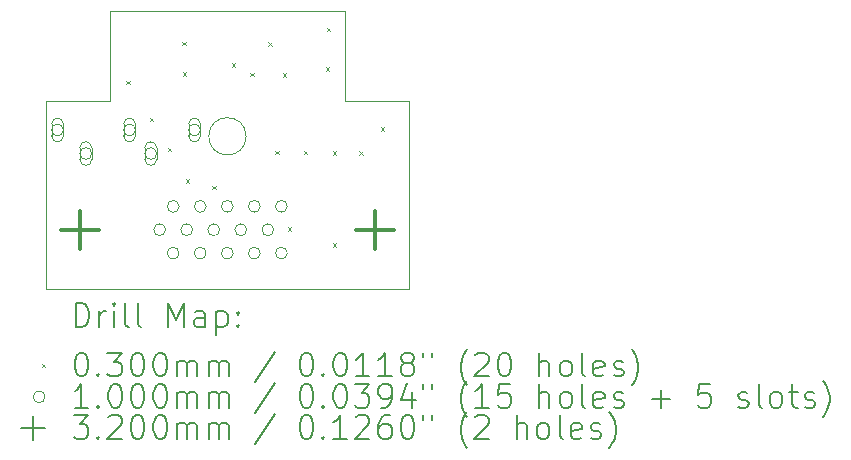
<source format=gbr>
%TF.GenerationSoftware,KiCad,Pcbnew,9.0.0*%
%TF.CreationDate,2025-03-27T12:33:42-07:00*%
%TF.ProjectId,SNES2VGA,534e4553-3256-4474-912e-6b696361645f,1*%
%TF.SameCoordinates,Original*%
%TF.FileFunction,Drillmap*%
%TF.FilePolarity,Positive*%
%FSLAX45Y45*%
G04 Gerber Fmt 4.5, Leading zero omitted, Abs format (unit mm)*
G04 Created by KiCad (PCBNEW 9.0.0) date 2025-03-27 12:33:42*
%MOMM*%
%LPD*%
G01*
G04 APERTURE LIST*
%ADD10C,0.100000*%
%ADD11C,0.200000*%
%ADD12C,0.320000*%
G04 APERTURE END LIST*
D10*
X12555000Y-9612000D02*
X12555000Y-11206000D01*
X15090000Y-8848000D02*
X15090000Y-9612000D01*
X12555000Y-11206000D02*
X15635000Y-11206000D01*
X14252000Y-9909000D02*
G75*
G02*
X13936000Y-9909000I-158000J0D01*
G01*
X13936000Y-9909000D02*
G75*
G02*
X14252000Y-9909000I158000J0D01*
G01*
X12555000Y-9612000D02*
X13099000Y-9612000D01*
X15635000Y-9612000D02*
X15635000Y-11206000D01*
X13099000Y-8848000D02*
X15090000Y-8848000D01*
X13099000Y-8848000D02*
X13099000Y-9612000D01*
X15090000Y-9612000D02*
X15635000Y-9612000D01*
D11*
D10*
X13238720Y-9438880D02*
X13268720Y-9468880D01*
X13268720Y-9438880D02*
X13238720Y-9468880D01*
X13434300Y-9751300D02*
X13464300Y-9781300D01*
X13464300Y-9751300D02*
X13434300Y-9781300D01*
X13586700Y-10005300D02*
X13616700Y-10035300D01*
X13616700Y-10005300D02*
X13586700Y-10035300D01*
X13713000Y-9109000D02*
X13743000Y-9139000D01*
X13743000Y-9109000D02*
X13713000Y-9139000D01*
X13716000Y-9366000D02*
X13746000Y-9396000D01*
X13746000Y-9366000D02*
X13716000Y-9396000D01*
X13739000Y-10273000D02*
X13769000Y-10303000D01*
X13769000Y-10273000D02*
X13739000Y-10303000D01*
X13966000Y-10329000D02*
X13996000Y-10359000D01*
X13996000Y-10329000D02*
X13966000Y-10359000D01*
X14132000Y-9288000D02*
X14162000Y-9318000D01*
X14162000Y-9288000D02*
X14132000Y-9318000D01*
X14286000Y-9370000D02*
X14316000Y-9400000D01*
X14316000Y-9370000D02*
X14286000Y-9400000D01*
X14441000Y-9110999D02*
X14471000Y-9140999D01*
X14471000Y-9110999D02*
X14441000Y-9140999D01*
X14500000Y-10033000D02*
X14530000Y-10063000D01*
X14530000Y-10033000D02*
X14500000Y-10063000D01*
X14561000Y-9375000D02*
X14591000Y-9405000D01*
X14591000Y-9375000D02*
X14561000Y-9405000D01*
X14605000Y-10678999D02*
X14635000Y-10708999D01*
X14635000Y-10678999D02*
X14605000Y-10708999D01*
X14740000Y-10031995D02*
X14770000Y-10061995D01*
X14770000Y-10031995D02*
X14740000Y-10061995D01*
X14928000Y-9323000D02*
X14958000Y-9353000D01*
X14958000Y-9323000D02*
X14928000Y-9353000D01*
X14932900Y-8989300D02*
X14962900Y-9019300D01*
X14962900Y-8989300D02*
X14932900Y-9019300D01*
X14984000Y-10815000D02*
X15014000Y-10845000D01*
X15014000Y-10815000D02*
X14984000Y-10845000D01*
X14986000Y-10034000D02*
X15016000Y-10064000D01*
X15016000Y-10034000D02*
X14986000Y-10064000D01*
X15212000Y-10034000D02*
X15242000Y-10064000D01*
X15242000Y-10034000D02*
X15212000Y-10064000D01*
X15391000Y-9832000D02*
X15421000Y-9862000D01*
X15421000Y-9832000D02*
X15391000Y-9862000D01*
X12705000Y-9855000D02*
G75*
G02*
X12605000Y-9855000I-50000J0D01*
G01*
X12605000Y-9855000D02*
G75*
G02*
X12705000Y-9855000I50000J0D01*
G01*
X12605000Y-9805000D02*
X12605000Y-9905000D01*
X12705000Y-9905000D02*
G75*
G02*
X12605000Y-9905000I-50000J0D01*
G01*
X12705000Y-9905000D02*
X12705000Y-9805000D01*
X12705000Y-9805000D02*
G75*
G03*
X12605000Y-9805000I-50000J0D01*
G01*
X12945000Y-10055000D02*
G75*
G02*
X12845000Y-10055000I-50000J0D01*
G01*
X12845000Y-10055000D02*
G75*
G02*
X12945000Y-10055000I50000J0D01*
G01*
X12845000Y-10005000D02*
X12845000Y-10105000D01*
X12945000Y-10105000D02*
G75*
G02*
X12845000Y-10105000I-50000J0D01*
G01*
X12945000Y-10105000D02*
X12945000Y-10005000D01*
X12945000Y-10005000D02*
G75*
G03*
X12845000Y-10005000I-50000J0D01*
G01*
X13315000Y-9855000D02*
G75*
G02*
X13215000Y-9855000I-50000J0D01*
G01*
X13215000Y-9855000D02*
G75*
G02*
X13315000Y-9855000I50000J0D01*
G01*
X13215000Y-9805000D02*
X13215000Y-9905000D01*
X13315000Y-9905000D02*
G75*
G02*
X13215000Y-9905000I-50000J0D01*
G01*
X13315000Y-9905000D02*
X13315000Y-9805000D01*
X13315000Y-9805000D02*
G75*
G03*
X13215000Y-9805000I-50000J0D01*
G01*
X13495000Y-10055000D02*
G75*
G02*
X13395000Y-10055000I-50000J0D01*
G01*
X13395000Y-10055000D02*
G75*
G02*
X13495000Y-10055000I50000J0D01*
G01*
X13395000Y-10005000D02*
X13395000Y-10105000D01*
X13495000Y-10105000D02*
G75*
G02*
X13395000Y-10105000I-50000J0D01*
G01*
X13495000Y-10105000D02*
X13495000Y-10005000D01*
X13495000Y-10005000D02*
G75*
G03*
X13395000Y-10005000I-50000J0D01*
G01*
X13570000Y-10700000D02*
G75*
G02*
X13470000Y-10700000I-50000J0D01*
G01*
X13470000Y-10700000D02*
G75*
G02*
X13570000Y-10700000I50000J0D01*
G01*
X13684500Y-10502000D02*
G75*
G02*
X13584500Y-10502000I-50000J0D01*
G01*
X13584500Y-10502000D02*
G75*
G02*
X13684500Y-10502000I50000J0D01*
G01*
X13684500Y-10898000D02*
G75*
G02*
X13584500Y-10898000I-50000J0D01*
G01*
X13584500Y-10898000D02*
G75*
G02*
X13684500Y-10898000I50000J0D01*
G01*
X13799000Y-10700000D02*
G75*
G02*
X13699000Y-10700000I-50000J0D01*
G01*
X13699000Y-10700000D02*
G75*
G02*
X13799000Y-10700000I50000J0D01*
G01*
X13865000Y-9855000D02*
G75*
G02*
X13765000Y-9855000I-50000J0D01*
G01*
X13765000Y-9855000D02*
G75*
G02*
X13865000Y-9855000I50000J0D01*
G01*
X13765000Y-9805000D02*
X13765000Y-9905000D01*
X13865000Y-9905000D02*
G75*
G02*
X13765000Y-9905000I-50000J0D01*
G01*
X13865000Y-9905000D02*
X13865000Y-9805000D01*
X13865000Y-9805000D02*
G75*
G03*
X13765000Y-9805000I-50000J0D01*
G01*
X13913500Y-10502000D02*
G75*
G02*
X13813500Y-10502000I-50000J0D01*
G01*
X13813500Y-10502000D02*
G75*
G02*
X13913500Y-10502000I50000J0D01*
G01*
X13913500Y-10898000D02*
G75*
G02*
X13813500Y-10898000I-50000J0D01*
G01*
X13813500Y-10898000D02*
G75*
G02*
X13913500Y-10898000I50000J0D01*
G01*
X14028000Y-10700000D02*
G75*
G02*
X13928000Y-10700000I-50000J0D01*
G01*
X13928000Y-10700000D02*
G75*
G02*
X14028000Y-10700000I50000J0D01*
G01*
X14142500Y-10502000D02*
G75*
G02*
X14042500Y-10502000I-50000J0D01*
G01*
X14042500Y-10502000D02*
G75*
G02*
X14142500Y-10502000I50000J0D01*
G01*
X14142500Y-10898000D02*
G75*
G02*
X14042500Y-10898000I-50000J0D01*
G01*
X14042500Y-10898000D02*
G75*
G02*
X14142500Y-10898000I50000J0D01*
G01*
X14257000Y-10700000D02*
G75*
G02*
X14157000Y-10700000I-50000J0D01*
G01*
X14157000Y-10700000D02*
G75*
G02*
X14257000Y-10700000I50000J0D01*
G01*
X14371500Y-10502000D02*
G75*
G02*
X14271500Y-10502000I-50000J0D01*
G01*
X14271500Y-10502000D02*
G75*
G02*
X14371500Y-10502000I50000J0D01*
G01*
X14371500Y-10898000D02*
G75*
G02*
X14271500Y-10898000I-50000J0D01*
G01*
X14271500Y-10898000D02*
G75*
G02*
X14371500Y-10898000I50000J0D01*
G01*
X14486000Y-10700000D02*
G75*
G02*
X14386000Y-10700000I-50000J0D01*
G01*
X14386000Y-10700000D02*
G75*
G02*
X14486000Y-10700000I50000J0D01*
G01*
X14600500Y-10502000D02*
G75*
G02*
X14500500Y-10502000I-50000J0D01*
G01*
X14500500Y-10502000D02*
G75*
G02*
X14600500Y-10502000I50000J0D01*
G01*
X14600500Y-10898000D02*
G75*
G02*
X14500500Y-10898000I-50000J0D01*
G01*
X14500500Y-10898000D02*
G75*
G02*
X14600500Y-10898000I50000J0D01*
G01*
D12*
X12843000Y-10540000D02*
X12843000Y-10860000D01*
X12683000Y-10700000D02*
X13003000Y-10700000D01*
X15342000Y-10540000D02*
X15342000Y-10860000D01*
X15182000Y-10700000D02*
X15502000Y-10700000D01*
D11*
X12810777Y-11522484D02*
X12810777Y-11322484D01*
X12810777Y-11322484D02*
X12858396Y-11322484D01*
X12858396Y-11322484D02*
X12886967Y-11332008D01*
X12886967Y-11332008D02*
X12906015Y-11351055D01*
X12906015Y-11351055D02*
X12915539Y-11370103D01*
X12915539Y-11370103D02*
X12925062Y-11408198D01*
X12925062Y-11408198D02*
X12925062Y-11436769D01*
X12925062Y-11436769D02*
X12915539Y-11474865D01*
X12915539Y-11474865D02*
X12906015Y-11493912D01*
X12906015Y-11493912D02*
X12886967Y-11512960D01*
X12886967Y-11512960D02*
X12858396Y-11522484D01*
X12858396Y-11522484D02*
X12810777Y-11522484D01*
X13010777Y-11522484D02*
X13010777Y-11389150D01*
X13010777Y-11427246D02*
X13020301Y-11408198D01*
X13020301Y-11408198D02*
X13029824Y-11398674D01*
X13029824Y-11398674D02*
X13048872Y-11389150D01*
X13048872Y-11389150D02*
X13067920Y-11389150D01*
X13134586Y-11522484D02*
X13134586Y-11389150D01*
X13134586Y-11322484D02*
X13125062Y-11332008D01*
X13125062Y-11332008D02*
X13134586Y-11341531D01*
X13134586Y-11341531D02*
X13144110Y-11332008D01*
X13144110Y-11332008D02*
X13134586Y-11322484D01*
X13134586Y-11322484D02*
X13134586Y-11341531D01*
X13258396Y-11522484D02*
X13239348Y-11512960D01*
X13239348Y-11512960D02*
X13229824Y-11493912D01*
X13229824Y-11493912D02*
X13229824Y-11322484D01*
X13363158Y-11522484D02*
X13344110Y-11512960D01*
X13344110Y-11512960D02*
X13334586Y-11493912D01*
X13334586Y-11493912D02*
X13334586Y-11322484D01*
X13591729Y-11522484D02*
X13591729Y-11322484D01*
X13591729Y-11322484D02*
X13658396Y-11465341D01*
X13658396Y-11465341D02*
X13725062Y-11322484D01*
X13725062Y-11322484D02*
X13725062Y-11522484D01*
X13906015Y-11522484D02*
X13906015Y-11417722D01*
X13906015Y-11417722D02*
X13896491Y-11398674D01*
X13896491Y-11398674D02*
X13877443Y-11389150D01*
X13877443Y-11389150D02*
X13839348Y-11389150D01*
X13839348Y-11389150D02*
X13820301Y-11398674D01*
X13906015Y-11512960D02*
X13886967Y-11522484D01*
X13886967Y-11522484D02*
X13839348Y-11522484D01*
X13839348Y-11522484D02*
X13820301Y-11512960D01*
X13820301Y-11512960D02*
X13810777Y-11493912D01*
X13810777Y-11493912D02*
X13810777Y-11474865D01*
X13810777Y-11474865D02*
X13820301Y-11455817D01*
X13820301Y-11455817D02*
X13839348Y-11446293D01*
X13839348Y-11446293D02*
X13886967Y-11446293D01*
X13886967Y-11446293D02*
X13906015Y-11436769D01*
X14001253Y-11389150D02*
X14001253Y-11589150D01*
X14001253Y-11398674D02*
X14020301Y-11389150D01*
X14020301Y-11389150D02*
X14058396Y-11389150D01*
X14058396Y-11389150D02*
X14077443Y-11398674D01*
X14077443Y-11398674D02*
X14086967Y-11408198D01*
X14086967Y-11408198D02*
X14096491Y-11427246D01*
X14096491Y-11427246D02*
X14096491Y-11484388D01*
X14096491Y-11484388D02*
X14086967Y-11503436D01*
X14086967Y-11503436D02*
X14077443Y-11512960D01*
X14077443Y-11512960D02*
X14058396Y-11522484D01*
X14058396Y-11522484D02*
X14020301Y-11522484D01*
X14020301Y-11522484D02*
X14001253Y-11512960D01*
X14182205Y-11503436D02*
X14191729Y-11512960D01*
X14191729Y-11512960D02*
X14182205Y-11522484D01*
X14182205Y-11522484D02*
X14172682Y-11512960D01*
X14172682Y-11512960D02*
X14182205Y-11503436D01*
X14182205Y-11503436D02*
X14182205Y-11522484D01*
X14182205Y-11398674D02*
X14191729Y-11408198D01*
X14191729Y-11408198D02*
X14182205Y-11417722D01*
X14182205Y-11417722D02*
X14172682Y-11408198D01*
X14172682Y-11408198D02*
X14182205Y-11398674D01*
X14182205Y-11398674D02*
X14182205Y-11417722D01*
D10*
X12520000Y-11836000D02*
X12550000Y-11866000D01*
X12550000Y-11836000D02*
X12520000Y-11866000D01*
D11*
X12848872Y-11742484D02*
X12867920Y-11742484D01*
X12867920Y-11742484D02*
X12886967Y-11752008D01*
X12886967Y-11752008D02*
X12896491Y-11761531D01*
X12896491Y-11761531D02*
X12906015Y-11780579D01*
X12906015Y-11780579D02*
X12915539Y-11818674D01*
X12915539Y-11818674D02*
X12915539Y-11866293D01*
X12915539Y-11866293D02*
X12906015Y-11904388D01*
X12906015Y-11904388D02*
X12896491Y-11923436D01*
X12896491Y-11923436D02*
X12886967Y-11932960D01*
X12886967Y-11932960D02*
X12867920Y-11942484D01*
X12867920Y-11942484D02*
X12848872Y-11942484D01*
X12848872Y-11942484D02*
X12829824Y-11932960D01*
X12829824Y-11932960D02*
X12820301Y-11923436D01*
X12820301Y-11923436D02*
X12810777Y-11904388D01*
X12810777Y-11904388D02*
X12801253Y-11866293D01*
X12801253Y-11866293D02*
X12801253Y-11818674D01*
X12801253Y-11818674D02*
X12810777Y-11780579D01*
X12810777Y-11780579D02*
X12820301Y-11761531D01*
X12820301Y-11761531D02*
X12829824Y-11752008D01*
X12829824Y-11752008D02*
X12848872Y-11742484D01*
X13001253Y-11923436D02*
X13010777Y-11932960D01*
X13010777Y-11932960D02*
X13001253Y-11942484D01*
X13001253Y-11942484D02*
X12991729Y-11932960D01*
X12991729Y-11932960D02*
X13001253Y-11923436D01*
X13001253Y-11923436D02*
X13001253Y-11942484D01*
X13077443Y-11742484D02*
X13201253Y-11742484D01*
X13201253Y-11742484D02*
X13134586Y-11818674D01*
X13134586Y-11818674D02*
X13163158Y-11818674D01*
X13163158Y-11818674D02*
X13182205Y-11828198D01*
X13182205Y-11828198D02*
X13191729Y-11837722D01*
X13191729Y-11837722D02*
X13201253Y-11856769D01*
X13201253Y-11856769D02*
X13201253Y-11904388D01*
X13201253Y-11904388D02*
X13191729Y-11923436D01*
X13191729Y-11923436D02*
X13182205Y-11932960D01*
X13182205Y-11932960D02*
X13163158Y-11942484D01*
X13163158Y-11942484D02*
X13106015Y-11942484D01*
X13106015Y-11942484D02*
X13086967Y-11932960D01*
X13086967Y-11932960D02*
X13077443Y-11923436D01*
X13325062Y-11742484D02*
X13344110Y-11742484D01*
X13344110Y-11742484D02*
X13363158Y-11752008D01*
X13363158Y-11752008D02*
X13372682Y-11761531D01*
X13372682Y-11761531D02*
X13382205Y-11780579D01*
X13382205Y-11780579D02*
X13391729Y-11818674D01*
X13391729Y-11818674D02*
X13391729Y-11866293D01*
X13391729Y-11866293D02*
X13382205Y-11904388D01*
X13382205Y-11904388D02*
X13372682Y-11923436D01*
X13372682Y-11923436D02*
X13363158Y-11932960D01*
X13363158Y-11932960D02*
X13344110Y-11942484D01*
X13344110Y-11942484D02*
X13325062Y-11942484D01*
X13325062Y-11942484D02*
X13306015Y-11932960D01*
X13306015Y-11932960D02*
X13296491Y-11923436D01*
X13296491Y-11923436D02*
X13286967Y-11904388D01*
X13286967Y-11904388D02*
X13277443Y-11866293D01*
X13277443Y-11866293D02*
X13277443Y-11818674D01*
X13277443Y-11818674D02*
X13286967Y-11780579D01*
X13286967Y-11780579D02*
X13296491Y-11761531D01*
X13296491Y-11761531D02*
X13306015Y-11752008D01*
X13306015Y-11752008D02*
X13325062Y-11742484D01*
X13515539Y-11742484D02*
X13534586Y-11742484D01*
X13534586Y-11742484D02*
X13553634Y-11752008D01*
X13553634Y-11752008D02*
X13563158Y-11761531D01*
X13563158Y-11761531D02*
X13572682Y-11780579D01*
X13572682Y-11780579D02*
X13582205Y-11818674D01*
X13582205Y-11818674D02*
X13582205Y-11866293D01*
X13582205Y-11866293D02*
X13572682Y-11904388D01*
X13572682Y-11904388D02*
X13563158Y-11923436D01*
X13563158Y-11923436D02*
X13553634Y-11932960D01*
X13553634Y-11932960D02*
X13534586Y-11942484D01*
X13534586Y-11942484D02*
X13515539Y-11942484D01*
X13515539Y-11942484D02*
X13496491Y-11932960D01*
X13496491Y-11932960D02*
X13486967Y-11923436D01*
X13486967Y-11923436D02*
X13477443Y-11904388D01*
X13477443Y-11904388D02*
X13467920Y-11866293D01*
X13467920Y-11866293D02*
X13467920Y-11818674D01*
X13467920Y-11818674D02*
X13477443Y-11780579D01*
X13477443Y-11780579D02*
X13486967Y-11761531D01*
X13486967Y-11761531D02*
X13496491Y-11752008D01*
X13496491Y-11752008D02*
X13515539Y-11742484D01*
X13667920Y-11942484D02*
X13667920Y-11809150D01*
X13667920Y-11828198D02*
X13677443Y-11818674D01*
X13677443Y-11818674D02*
X13696491Y-11809150D01*
X13696491Y-11809150D02*
X13725063Y-11809150D01*
X13725063Y-11809150D02*
X13744110Y-11818674D01*
X13744110Y-11818674D02*
X13753634Y-11837722D01*
X13753634Y-11837722D02*
X13753634Y-11942484D01*
X13753634Y-11837722D02*
X13763158Y-11818674D01*
X13763158Y-11818674D02*
X13782205Y-11809150D01*
X13782205Y-11809150D02*
X13810777Y-11809150D01*
X13810777Y-11809150D02*
X13829824Y-11818674D01*
X13829824Y-11818674D02*
X13839348Y-11837722D01*
X13839348Y-11837722D02*
X13839348Y-11942484D01*
X13934586Y-11942484D02*
X13934586Y-11809150D01*
X13934586Y-11828198D02*
X13944110Y-11818674D01*
X13944110Y-11818674D02*
X13963158Y-11809150D01*
X13963158Y-11809150D02*
X13991729Y-11809150D01*
X13991729Y-11809150D02*
X14010777Y-11818674D01*
X14010777Y-11818674D02*
X14020301Y-11837722D01*
X14020301Y-11837722D02*
X14020301Y-11942484D01*
X14020301Y-11837722D02*
X14029824Y-11818674D01*
X14029824Y-11818674D02*
X14048872Y-11809150D01*
X14048872Y-11809150D02*
X14077443Y-11809150D01*
X14077443Y-11809150D02*
X14096491Y-11818674D01*
X14096491Y-11818674D02*
X14106015Y-11837722D01*
X14106015Y-11837722D02*
X14106015Y-11942484D01*
X14496491Y-11732960D02*
X14325063Y-11990103D01*
X14753634Y-11742484D02*
X14772682Y-11742484D01*
X14772682Y-11742484D02*
X14791729Y-11752008D01*
X14791729Y-11752008D02*
X14801253Y-11761531D01*
X14801253Y-11761531D02*
X14810777Y-11780579D01*
X14810777Y-11780579D02*
X14820301Y-11818674D01*
X14820301Y-11818674D02*
X14820301Y-11866293D01*
X14820301Y-11866293D02*
X14810777Y-11904388D01*
X14810777Y-11904388D02*
X14801253Y-11923436D01*
X14801253Y-11923436D02*
X14791729Y-11932960D01*
X14791729Y-11932960D02*
X14772682Y-11942484D01*
X14772682Y-11942484D02*
X14753634Y-11942484D01*
X14753634Y-11942484D02*
X14734586Y-11932960D01*
X14734586Y-11932960D02*
X14725063Y-11923436D01*
X14725063Y-11923436D02*
X14715539Y-11904388D01*
X14715539Y-11904388D02*
X14706015Y-11866293D01*
X14706015Y-11866293D02*
X14706015Y-11818674D01*
X14706015Y-11818674D02*
X14715539Y-11780579D01*
X14715539Y-11780579D02*
X14725063Y-11761531D01*
X14725063Y-11761531D02*
X14734586Y-11752008D01*
X14734586Y-11752008D02*
X14753634Y-11742484D01*
X14906015Y-11923436D02*
X14915539Y-11932960D01*
X14915539Y-11932960D02*
X14906015Y-11942484D01*
X14906015Y-11942484D02*
X14896491Y-11932960D01*
X14896491Y-11932960D02*
X14906015Y-11923436D01*
X14906015Y-11923436D02*
X14906015Y-11942484D01*
X15039348Y-11742484D02*
X15058396Y-11742484D01*
X15058396Y-11742484D02*
X15077444Y-11752008D01*
X15077444Y-11752008D02*
X15086967Y-11761531D01*
X15086967Y-11761531D02*
X15096491Y-11780579D01*
X15096491Y-11780579D02*
X15106015Y-11818674D01*
X15106015Y-11818674D02*
X15106015Y-11866293D01*
X15106015Y-11866293D02*
X15096491Y-11904388D01*
X15096491Y-11904388D02*
X15086967Y-11923436D01*
X15086967Y-11923436D02*
X15077444Y-11932960D01*
X15077444Y-11932960D02*
X15058396Y-11942484D01*
X15058396Y-11942484D02*
X15039348Y-11942484D01*
X15039348Y-11942484D02*
X15020301Y-11932960D01*
X15020301Y-11932960D02*
X15010777Y-11923436D01*
X15010777Y-11923436D02*
X15001253Y-11904388D01*
X15001253Y-11904388D02*
X14991729Y-11866293D01*
X14991729Y-11866293D02*
X14991729Y-11818674D01*
X14991729Y-11818674D02*
X15001253Y-11780579D01*
X15001253Y-11780579D02*
X15010777Y-11761531D01*
X15010777Y-11761531D02*
X15020301Y-11752008D01*
X15020301Y-11752008D02*
X15039348Y-11742484D01*
X15296491Y-11942484D02*
X15182206Y-11942484D01*
X15239348Y-11942484D02*
X15239348Y-11742484D01*
X15239348Y-11742484D02*
X15220301Y-11771055D01*
X15220301Y-11771055D02*
X15201253Y-11790103D01*
X15201253Y-11790103D02*
X15182206Y-11799627D01*
X15486967Y-11942484D02*
X15372682Y-11942484D01*
X15429825Y-11942484D02*
X15429825Y-11742484D01*
X15429825Y-11742484D02*
X15410777Y-11771055D01*
X15410777Y-11771055D02*
X15391729Y-11790103D01*
X15391729Y-11790103D02*
X15372682Y-11799627D01*
X15601253Y-11828198D02*
X15582206Y-11818674D01*
X15582206Y-11818674D02*
X15572682Y-11809150D01*
X15572682Y-11809150D02*
X15563158Y-11790103D01*
X15563158Y-11790103D02*
X15563158Y-11780579D01*
X15563158Y-11780579D02*
X15572682Y-11761531D01*
X15572682Y-11761531D02*
X15582206Y-11752008D01*
X15582206Y-11752008D02*
X15601253Y-11742484D01*
X15601253Y-11742484D02*
X15639348Y-11742484D01*
X15639348Y-11742484D02*
X15658396Y-11752008D01*
X15658396Y-11752008D02*
X15667920Y-11761531D01*
X15667920Y-11761531D02*
X15677444Y-11780579D01*
X15677444Y-11780579D02*
X15677444Y-11790103D01*
X15677444Y-11790103D02*
X15667920Y-11809150D01*
X15667920Y-11809150D02*
X15658396Y-11818674D01*
X15658396Y-11818674D02*
X15639348Y-11828198D01*
X15639348Y-11828198D02*
X15601253Y-11828198D01*
X15601253Y-11828198D02*
X15582206Y-11837722D01*
X15582206Y-11837722D02*
X15572682Y-11847246D01*
X15572682Y-11847246D02*
X15563158Y-11866293D01*
X15563158Y-11866293D02*
X15563158Y-11904388D01*
X15563158Y-11904388D02*
X15572682Y-11923436D01*
X15572682Y-11923436D02*
X15582206Y-11932960D01*
X15582206Y-11932960D02*
X15601253Y-11942484D01*
X15601253Y-11942484D02*
X15639348Y-11942484D01*
X15639348Y-11942484D02*
X15658396Y-11932960D01*
X15658396Y-11932960D02*
X15667920Y-11923436D01*
X15667920Y-11923436D02*
X15677444Y-11904388D01*
X15677444Y-11904388D02*
X15677444Y-11866293D01*
X15677444Y-11866293D02*
X15667920Y-11847246D01*
X15667920Y-11847246D02*
X15658396Y-11837722D01*
X15658396Y-11837722D02*
X15639348Y-11828198D01*
X15753634Y-11742484D02*
X15753634Y-11780579D01*
X15829825Y-11742484D02*
X15829825Y-11780579D01*
X16125063Y-12018674D02*
X16115539Y-12009150D01*
X16115539Y-12009150D02*
X16096491Y-11980579D01*
X16096491Y-11980579D02*
X16086968Y-11961531D01*
X16086968Y-11961531D02*
X16077444Y-11932960D01*
X16077444Y-11932960D02*
X16067920Y-11885341D01*
X16067920Y-11885341D02*
X16067920Y-11847246D01*
X16067920Y-11847246D02*
X16077444Y-11799627D01*
X16077444Y-11799627D02*
X16086968Y-11771055D01*
X16086968Y-11771055D02*
X16096491Y-11752008D01*
X16096491Y-11752008D02*
X16115539Y-11723436D01*
X16115539Y-11723436D02*
X16125063Y-11713912D01*
X16191729Y-11761531D02*
X16201253Y-11752008D01*
X16201253Y-11752008D02*
X16220301Y-11742484D01*
X16220301Y-11742484D02*
X16267920Y-11742484D01*
X16267920Y-11742484D02*
X16286968Y-11752008D01*
X16286968Y-11752008D02*
X16296491Y-11761531D01*
X16296491Y-11761531D02*
X16306015Y-11780579D01*
X16306015Y-11780579D02*
X16306015Y-11799627D01*
X16306015Y-11799627D02*
X16296491Y-11828198D01*
X16296491Y-11828198D02*
X16182206Y-11942484D01*
X16182206Y-11942484D02*
X16306015Y-11942484D01*
X16429825Y-11742484D02*
X16448872Y-11742484D01*
X16448872Y-11742484D02*
X16467920Y-11752008D01*
X16467920Y-11752008D02*
X16477444Y-11761531D01*
X16477444Y-11761531D02*
X16486968Y-11780579D01*
X16486968Y-11780579D02*
X16496491Y-11818674D01*
X16496491Y-11818674D02*
X16496491Y-11866293D01*
X16496491Y-11866293D02*
X16486968Y-11904388D01*
X16486968Y-11904388D02*
X16477444Y-11923436D01*
X16477444Y-11923436D02*
X16467920Y-11932960D01*
X16467920Y-11932960D02*
X16448872Y-11942484D01*
X16448872Y-11942484D02*
X16429825Y-11942484D01*
X16429825Y-11942484D02*
X16410777Y-11932960D01*
X16410777Y-11932960D02*
X16401253Y-11923436D01*
X16401253Y-11923436D02*
X16391729Y-11904388D01*
X16391729Y-11904388D02*
X16382206Y-11866293D01*
X16382206Y-11866293D02*
X16382206Y-11818674D01*
X16382206Y-11818674D02*
X16391729Y-11780579D01*
X16391729Y-11780579D02*
X16401253Y-11761531D01*
X16401253Y-11761531D02*
X16410777Y-11752008D01*
X16410777Y-11752008D02*
X16429825Y-11742484D01*
X16734587Y-11942484D02*
X16734587Y-11742484D01*
X16820301Y-11942484D02*
X16820301Y-11837722D01*
X16820301Y-11837722D02*
X16810777Y-11818674D01*
X16810777Y-11818674D02*
X16791730Y-11809150D01*
X16791730Y-11809150D02*
X16763158Y-11809150D01*
X16763158Y-11809150D02*
X16744110Y-11818674D01*
X16744110Y-11818674D02*
X16734587Y-11828198D01*
X16944111Y-11942484D02*
X16925063Y-11932960D01*
X16925063Y-11932960D02*
X16915539Y-11923436D01*
X16915539Y-11923436D02*
X16906015Y-11904388D01*
X16906015Y-11904388D02*
X16906015Y-11847246D01*
X16906015Y-11847246D02*
X16915539Y-11828198D01*
X16915539Y-11828198D02*
X16925063Y-11818674D01*
X16925063Y-11818674D02*
X16944111Y-11809150D01*
X16944111Y-11809150D02*
X16972682Y-11809150D01*
X16972682Y-11809150D02*
X16991730Y-11818674D01*
X16991730Y-11818674D02*
X17001253Y-11828198D01*
X17001253Y-11828198D02*
X17010777Y-11847246D01*
X17010777Y-11847246D02*
X17010777Y-11904388D01*
X17010777Y-11904388D02*
X17001253Y-11923436D01*
X17001253Y-11923436D02*
X16991730Y-11932960D01*
X16991730Y-11932960D02*
X16972682Y-11942484D01*
X16972682Y-11942484D02*
X16944111Y-11942484D01*
X17125063Y-11942484D02*
X17106015Y-11932960D01*
X17106015Y-11932960D02*
X17096492Y-11913912D01*
X17096492Y-11913912D02*
X17096492Y-11742484D01*
X17277444Y-11932960D02*
X17258396Y-11942484D01*
X17258396Y-11942484D02*
X17220301Y-11942484D01*
X17220301Y-11942484D02*
X17201253Y-11932960D01*
X17201253Y-11932960D02*
X17191730Y-11913912D01*
X17191730Y-11913912D02*
X17191730Y-11837722D01*
X17191730Y-11837722D02*
X17201253Y-11818674D01*
X17201253Y-11818674D02*
X17220301Y-11809150D01*
X17220301Y-11809150D02*
X17258396Y-11809150D01*
X17258396Y-11809150D02*
X17277444Y-11818674D01*
X17277444Y-11818674D02*
X17286968Y-11837722D01*
X17286968Y-11837722D02*
X17286968Y-11856769D01*
X17286968Y-11856769D02*
X17191730Y-11875817D01*
X17363158Y-11932960D02*
X17382206Y-11942484D01*
X17382206Y-11942484D02*
X17420301Y-11942484D01*
X17420301Y-11942484D02*
X17439349Y-11932960D01*
X17439349Y-11932960D02*
X17448873Y-11913912D01*
X17448873Y-11913912D02*
X17448873Y-11904388D01*
X17448873Y-11904388D02*
X17439349Y-11885341D01*
X17439349Y-11885341D02*
X17420301Y-11875817D01*
X17420301Y-11875817D02*
X17391730Y-11875817D01*
X17391730Y-11875817D02*
X17372682Y-11866293D01*
X17372682Y-11866293D02*
X17363158Y-11847246D01*
X17363158Y-11847246D02*
X17363158Y-11837722D01*
X17363158Y-11837722D02*
X17372682Y-11818674D01*
X17372682Y-11818674D02*
X17391730Y-11809150D01*
X17391730Y-11809150D02*
X17420301Y-11809150D01*
X17420301Y-11809150D02*
X17439349Y-11818674D01*
X17515539Y-12018674D02*
X17525063Y-12009150D01*
X17525063Y-12009150D02*
X17544111Y-11980579D01*
X17544111Y-11980579D02*
X17553634Y-11961531D01*
X17553634Y-11961531D02*
X17563158Y-11932960D01*
X17563158Y-11932960D02*
X17572682Y-11885341D01*
X17572682Y-11885341D02*
X17572682Y-11847246D01*
X17572682Y-11847246D02*
X17563158Y-11799627D01*
X17563158Y-11799627D02*
X17553634Y-11771055D01*
X17553634Y-11771055D02*
X17544111Y-11752008D01*
X17544111Y-11752008D02*
X17525063Y-11723436D01*
X17525063Y-11723436D02*
X17515539Y-11713912D01*
D10*
X12550000Y-12115000D02*
G75*
G02*
X12450000Y-12115000I-50000J0D01*
G01*
X12450000Y-12115000D02*
G75*
G02*
X12550000Y-12115000I50000J0D01*
G01*
D11*
X12915539Y-12206484D02*
X12801253Y-12206484D01*
X12858396Y-12206484D02*
X12858396Y-12006484D01*
X12858396Y-12006484D02*
X12839348Y-12035055D01*
X12839348Y-12035055D02*
X12820301Y-12054103D01*
X12820301Y-12054103D02*
X12801253Y-12063627D01*
X13001253Y-12187436D02*
X13010777Y-12196960D01*
X13010777Y-12196960D02*
X13001253Y-12206484D01*
X13001253Y-12206484D02*
X12991729Y-12196960D01*
X12991729Y-12196960D02*
X13001253Y-12187436D01*
X13001253Y-12187436D02*
X13001253Y-12206484D01*
X13134586Y-12006484D02*
X13153634Y-12006484D01*
X13153634Y-12006484D02*
X13172682Y-12016008D01*
X13172682Y-12016008D02*
X13182205Y-12025531D01*
X13182205Y-12025531D02*
X13191729Y-12044579D01*
X13191729Y-12044579D02*
X13201253Y-12082674D01*
X13201253Y-12082674D02*
X13201253Y-12130293D01*
X13201253Y-12130293D02*
X13191729Y-12168388D01*
X13191729Y-12168388D02*
X13182205Y-12187436D01*
X13182205Y-12187436D02*
X13172682Y-12196960D01*
X13172682Y-12196960D02*
X13153634Y-12206484D01*
X13153634Y-12206484D02*
X13134586Y-12206484D01*
X13134586Y-12206484D02*
X13115539Y-12196960D01*
X13115539Y-12196960D02*
X13106015Y-12187436D01*
X13106015Y-12187436D02*
X13096491Y-12168388D01*
X13096491Y-12168388D02*
X13086967Y-12130293D01*
X13086967Y-12130293D02*
X13086967Y-12082674D01*
X13086967Y-12082674D02*
X13096491Y-12044579D01*
X13096491Y-12044579D02*
X13106015Y-12025531D01*
X13106015Y-12025531D02*
X13115539Y-12016008D01*
X13115539Y-12016008D02*
X13134586Y-12006484D01*
X13325062Y-12006484D02*
X13344110Y-12006484D01*
X13344110Y-12006484D02*
X13363158Y-12016008D01*
X13363158Y-12016008D02*
X13372682Y-12025531D01*
X13372682Y-12025531D02*
X13382205Y-12044579D01*
X13382205Y-12044579D02*
X13391729Y-12082674D01*
X13391729Y-12082674D02*
X13391729Y-12130293D01*
X13391729Y-12130293D02*
X13382205Y-12168388D01*
X13382205Y-12168388D02*
X13372682Y-12187436D01*
X13372682Y-12187436D02*
X13363158Y-12196960D01*
X13363158Y-12196960D02*
X13344110Y-12206484D01*
X13344110Y-12206484D02*
X13325062Y-12206484D01*
X13325062Y-12206484D02*
X13306015Y-12196960D01*
X13306015Y-12196960D02*
X13296491Y-12187436D01*
X13296491Y-12187436D02*
X13286967Y-12168388D01*
X13286967Y-12168388D02*
X13277443Y-12130293D01*
X13277443Y-12130293D02*
X13277443Y-12082674D01*
X13277443Y-12082674D02*
X13286967Y-12044579D01*
X13286967Y-12044579D02*
X13296491Y-12025531D01*
X13296491Y-12025531D02*
X13306015Y-12016008D01*
X13306015Y-12016008D02*
X13325062Y-12006484D01*
X13515539Y-12006484D02*
X13534586Y-12006484D01*
X13534586Y-12006484D02*
X13553634Y-12016008D01*
X13553634Y-12016008D02*
X13563158Y-12025531D01*
X13563158Y-12025531D02*
X13572682Y-12044579D01*
X13572682Y-12044579D02*
X13582205Y-12082674D01*
X13582205Y-12082674D02*
X13582205Y-12130293D01*
X13582205Y-12130293D02*
X13572682Y-12168388D01*
X13572682Y-12168388D02*
X13563158Y-12187436D01*
X13563158Y-12187436D02*
X13553634Y-12196960D01*
X13553634Y-12196960D02*
X13534586Y-12206484D01*
X13534586Y-12206484D02*
X13515539Y-12206484D01*
X13515539Y-12206484D02*
X13496491Y-12196960D01*
X13496491Y-12196960D02*
X13486967Y-12187436D01*
X13486967Y-12187436D02*
X13477443Y-12168388D01*
X13477443Y-12168388D02*
X13467920Y-12130293D01*
X13467920Y-12130293D02*
X13467920Y-12082674D01*
X13467920Y-12082674D02*
X13477443Y-12044579D01*
X13477443Y-12044579D02*
X13486967Y-12025531D01*
X13486967Y-12025531D02*
X13496491Y-12016008D01*
X13496491Y-12016008D02*
X13515539Y-12006484D01*
X13667920Y-12206484D02*
X13667920Y-12073150D01*
X13667920Y-12092198D02*
X13677443Y-12082674D01*
X13677443Y-12082674D02*
X13696491Y-12073150D01*
X13696491Y-12073150D02*
X13725063Y-12073150D01*
X13725063Y-12073150D02*
X13744110Y-12082674D01*
X13744110Y-12082674D02*
X13753634Y-12101722D01*
X13753634Y-12101722D02*
X13753634Y-12206484D01*
X13753634Y-12101722D02*
X13763158Y-12082674D01*
X13763158Y-12082674D02*
X13782205Y-12073150D01*
X13782205Y-12073150D02*
X13810777Y-12073150D01*
X13810777Y-12073150D02*
X13829824Y-12082674D01*
X13829824Y-12082674D02*
X13839348Y-12101722D01*
X13839348Y-12101722D02*
X13839348Y-12206484D01*
X13934586Y-12206484D02*
X13934586Y-12073150D01*
X13934586Y-12092198D02*
X13944110Y-12082674D01*
X13944110Y-12082674D02*
X13963158Y-12073150D01*
X13963158Y-12073150D02*
X13991729Y-12073150D01*
X13991729Y-12073150D02*
X14010777Y-12082674D01*
X14010777Y-12082674D02*
X14020301Y-12101722D01*
X14020301Y-12101722D02*
X14020301Y-12206484D01*
X14020301Y-12101722D02*
X14029824Y-12082674D01*
X14029824Y-12082674D02*
X14048872Y-12073150D01*
X14048872Y-12073150D02*
X14077443Y-12073150D01*
X14077443Y-12073150D02*
X14096491Y-12082674D01*
X14096491Y-12082674D02*
X14106015Y-12101722D01*
X14106015Y-12101722D02*
X14106015Y-12206484D01*
X14496491Y-11996960D02*
X14325063Y-12254103D01*
X14753634Y-12006484D02*
X14772682Y-12006484D01*
X14772682Y-12006484D02*
X14791729Y-12016008D01*
X14791729Y-12016008D02*
X14801253Y-12025531D01*
X14801253Y-12025531D02*
X14810777Y-12044579D01*
X14810777Y-12044579D02*
X14820301Y-12082674D01*
X14820301Y-12082674D02*
X14820301Y-12130293D01*
X14820301Y-12130293D02*
X14810777Y-12168388D01*
X14810777Y-12168388D02*
X14801253Y-12187436D01*
X14801253Y-12187436D02*
X14791729Y-12196960D01*
X14791729Y-12196960D02*
X14772682Y-12206484D01*
X14772682Y-12206484D02*
X14753634Y-12206484D01*
X14753634Y-12206484D02*
X14734586Y-12196960D01*
X14734586Y-12196960D02*
X14725063Y-12187436D01*
X14725063Y-12187436D02*
X14715539Y-12168388D01*
X14715539Y-12168388D02*
X14706015Y-12130293D01*
X14706015Y-12130293D02*
X14706015Y-12082674D01*
X14706015Y-12082674D02*
X14715539Y-12044579D01*
X14715539Y-12044579D02*
X14725063Y-12025531D01*
X14725063Y-12025531D02*
X14734586Y-12016008D01*
X14734586Y-12016008D02*
X14753634Y-12006484D01*
X14906015Y-12187436D02*
X14915539Y-12196960D01*
X14915539Y-12196960D02*
X14906015Y-12206484D01*
X14906015Y-12206484D02*
X14896491Y-12196960D01*
X14896491Y-12196960D02*
X14906015Y-12187436D01*
X14906015Y-12187436D02*
X14906015Y-12206484D01*
X15039348Y-12006484D02*
X15058396Y-12006484D01*
X15058396Y-12006484D02*
X15077444Y-12016008D01*
X15077444Y-12016008D02*
X15086967Y-12025531D01*
X15086967Y-12025531D02*
X15096491Y-12044579D01*
X15096491Y-12044579D02*
X15106015Y-12082674D01*
X15106015Y-12082674D02*
X15106015Y-12130293D01*
X15106015Y-12130293D02*
X15096491Y-12168388D01*
X15096491Y-12168388D02*
X15086967Y-12187436D01*
X15086967Y-12187436D02*
X15077444Y-12196960D01*
X15077444Y-12196960D02*
X15058396Y-12206484D01*
X15058396Y-12206484D02*
X15039348Y-12206484D01*
X15039348Y-12206484D02*
X15020301Y-12196960D01*
X15020301Y-12196960D02*
X15010777Y-12187436D01*
X15010777Y-12187436D02*
X15001253Y-12168388D01*
X15001253Y-12168388D02*
X14991729Y-12130293D01*
X14991729Y-12130293D02*
X14991729Y-12082674D01*
X14991729Y-12082674D02*
X15001253Y-12044579D01*
X15001253Y-12044579D02*
X15010777Y-12025531D01*
X15010777Y-12025531D02*
X15020301Y-12016008D01*
X15020301Y-12016008D02*
X15039348Y-12006484D01*
X15172682Y-12006484D02*
X15296491Y-12006484D01*
X15296491Y-12006484D02*
X15229825Y-12082674D01*
X15229825Y-12082674D02*
X15258396Y-12082674D01*
X15258396Y-12082674D02*
X15277444Y-12092198D01*
X15277444Y-12092198D02*
X15286967Y-12101722D01*
X15286967Y-12101722D02*
X15296491Y-12120769D01*
X15296491Y-12120769D02*
X15296491Y-12168388D01*
X15296491Y-12168388D02*
X15286967Y-12187436D01*
X15286967Y-12187436D02*
X15277444Y-12196960D01*
X15277444Y-12196960D02*
X15258396Y-12206484D01*
X15258396Y-12206484D02*
X15201253Y-12206484D01*
X15201253Y-12206484D02*
X15182206Y-12196960D01*
X15182206Y-12196960D02*
X15172682Y-12187436D01*
X15391729Y-12206484D02*
X15429825Y-12206484D01*
X15429825Y-12206484D02*
X15448872Y-12196960D01*
X15448872Y-12196960D02*
X15458396Y-12187436D01*
X15458396Y-12187436D02*
X15477444Y-12158865D01*
X15477444Y-12158865D02*
X15486967Y-12120769D01*
X15486967Y-12120769D02*
X15486967Y-12044579D01*
X15486967Y-12044579D02*
X15477444Y-12025531D01*
X15477444Y-12025531D02*
X15467920Y-12016008D01*
X15467920Y-12016008D02*
X15448872Y-12006484D01*
X15448872Y-12006484D02*
X15410777Y-12006484D01*
X15410777Y-12006484D02*
X15391729Y-12016008D01*
X15391729Y-12016008D02*
X15382206Y-12025531D01*
X15382206Y-12025531D02*
X15372682Y-12044579D01*
X15372682Y-12044579D02*
X15372682Y-12092198D01*
X15372682Y-12092198D02*
X15382206Y-12111246D01*
X15382206Y-12111246D02*
X15391729Y-12120769D01*
X15391729Y-12120769D02*
X15410777Y-12130293D01*
X15410777Y-12130293D02*
X15448872Y-12130293D01*
X15448872Y-12130293D02*
X15467920Y-12120769D01*
X15467920Y-12120769D02*
X15477444Y-12111246D01*
X15477444Y-12111246D02*
X15486967Y-12092198D01*
X15658396Y-12073150D02*
X15658396Y-12206484D01*
X15610777Y-11996960D02*
X15563158Y-12139817D01*
X15563158Y-12139817D02*
X15686967Y-12139817D01*
X15753634Y-12006484D02*
X15753634Y-12044579D01*
X15829825Y-12006484D02*
X15829825Y-12044579D01*
X16125063Y-12282674D02*
X16115539Y-12273150D01*
X16115539Y-12273150D02*
X16096491Y-12244579D01*
X16096491Y-12244579D02*
X16086968Y-12225531D01*
X16086968Y-12225531D02*
X16077444Y-12196960D01*
X16077444Y-12196960D02*
X16067920Y-12149341D01*
X16067920Y-12149341D02*
X16067920Y-12111246D01*
X16067920Y-12111246D02*
X16077444Y-12063627D01*
X16077444Y-12063627D02*
X16086968Y-12035055D01*
X16086968Y-12035055D02*
X16096491Y-12016008D01*
X16096491Y-12016008D02*
X16115539Y-11987436D01*
X16115539Y-11987436D02*
X16125063Y-11977912D01*
X16306015Y-12206484D02*
X16191729Y-12206484D01*
X16248872Y-12206484D02*
X16248872Y-12006484D01*
X16248872Y-12006484D02*
X16229825Y-12035055D01*
X16229825Y-12035055D02*
X16210777Y-12054103D01*
X16210777Y-12054103D02*
X16191729Y-12063627D01*
X16486968Y-12006484D02*
X16391729Y-12006484D01*
X16391729Y-12006484D02*
X16382206Y-12101722D01*
X16382206Y-12101722D02*
X16391729Y-12092198D01*
X16391729Y-12092198D02*
X16410777Y-12082674D01*
X16410777Y-12082674D02*
X16458396Y-12082674D01*
X16458396Y-12082674D02*
X16477444Y-12092198D01*
X16477444Y-12092198D02*
X16486968Y-12101722D01*
X16486968Y-12101722D02*
X16496491Y-12120769D01*
X16496491Y-12120769D02*
X16496491Y-12168388D01*
X16496491Y-12168388D02*
X16486968Y-12187436D01*
X16486968Y-12187436D02*
X16477444Y-12196960D01*
X16477444Y-12196960D02*
X16458396Y-12206484D01*
X16458396Y-12206484D02*
X16410777Y-12206484D01*
X16410777Y-12206484D02*
X16391729Y-12196960D01*
X16391729Y-12196960D02*
X16382206Y-12187436D01*
X16734587Y-12206484D02*
X16734587Y-12006484D01*
X16820301Y-12206484D02*
X16820301Y-12101722D01*
X16820301Y-12101722D02*
X16810777Y-12082674D01*
X16810777Y-12082674D02*
X16791730Y-12073150D01*
X16791730Y-12073150D02*
X16763158Y-12073150D01*
X16763158Y-12073150D02*
X16744110Y-12082674D01*
X16744110Y-12082674D02*
X16734587Y-12092198D01*
X16944111Y-12206484D02*
X16925063Y-12196960D01*
X16925063Y-12196960D02*
X16915539Y-12187436D01*
X16915539Y-12187436D02*
X16906015Y-12168388D01*
X16906015Y-12168388D02*
X16906015Y-12111246D01*
X16906015Y-12111246D02*
X16915539Y-12092198D01*
X16915539Y-12092198D02*
X16925063Y-12082674D01*
X16925063Y-12082674D02*
X16944111Y-12073150D01*
X16944111Y-12073150D02*
X16972682Y-12073150D01*
X16972682Y-12073150D02*
X16991730Y-12082674D01*
X16991730Y-12082674D02*
X17001253Y-12092198D01*
X17001253Y-12092198D02*
X17010777Y-12111246D01*
X17010777Y-12111246D02*
X17010777Y-12168388D01*
X17010777Y-12168388D02*
X17001253Y-12187436D01*
X17001253Y-12187436D02*
X16991730Y-12196960D01*
X16991730Y-12196960D02*
X16972682Y-12206484D01*
X16972682Y-12206484D02*
X16944111Y-12206484D01*
X17125063Y-12206484D02*
X17106015Y-12196960D01*
X17106015Y-12196960D02*
X17096492Y-12177912D01*
X17096492Y-12177912D02*
X17096492Y-12006484D01*
X17277444Y-12196960D02*
X17258396Y-12206484D01*
X17258396Y-12206484D02*
X17220301Y-12206484D01*
X17220301Y-12206484D02*
X17201253Y-12196960D01*
X17201253Y-12196960D02*
X17191730Y-12177912D01*
X17191730Y-12177912D02*
X17191730Y-12101722D01*
X17191730Y-12101722D02*
X17201253Y-12082674D01*
X17201253Y-12082674D02*
X17220301Y-12073150D01*
X17220301Y-12073150D02*
X17258396Y-12073150D01*
X17258396Y-12073150D02*
X17277444Y-12082674D01*
X17277444Y-12082674D02*
X17286968Y-12101722D01*
X17286968Y-12101722D02*
X17286968Y-12120769D01*
X17286968Y-12120769D02*
X17191730Y-12139817D01*
X17363158Y-12196960D02*
X17382206Y-12206484D01*
X17382206Y-12206484D02*
X17420301Y-12206484D01*
X17420301Y-12206484D02*
X17439349Y-12196960D01*
X17439349Y-12196960D02*
X17448873Y-12177912D01*
X17448873Y-12177912D02*
X17448873Y-12168388D01*
X17448873Y-12168388D02*
X17439349Y-12149341D01*
X17439349Y-12149341D02*
X17420301Y-12139817D01*
X17420301Y-12139817D02*
X17391730Y-12139817D01*
X17391730Y-12139817D02*
X17372682Y-12130293D01*
X17372682Y-12130293D02*
X17363158Y-12111246D01*
X17363158Y-12111246D02*
X17363158Y-12101722D01*
X17363158Y-12101722D02*
X17372682Y-12082674D01*
X17372682Y-12082674D02*
X17391730Y-12073150D01*
X17391730Y-12073150D02*
X17420301Y-12073150D01*
X17420301Y-12073150D02*
X17439349Y-12082674D01*
X17686968Y-12130293D02*
X17839349Y-12130293D01*
X17763158Y-12206484D02*
X17763158Y-12054103D01*
X18182206Y-12006484D02*
X18086968Y-12006484D01*
X18086968Y-12006484D02*
X18077444Y-12101722D01*
X18077444Y-12101722D02*
X18086968Y-12092198D01*
X18086968Y-12092198D02*
X18106015Y-12082674D01*
X18106015Y-12082674D02*
X18153635Y-12082674D01*
X18153635Y-12082674D02*
X18172682Y-12092198D01*
X18172682Y-12092198D02*
X18182206Y-12101722D01*
X18182206Y-12101722D02*
X18191730Y-12120769D01*
X18191730Y-12120769D02*
X18191730Y-12168388D01*
X18191730Y-12168388D02*
X18182206Y-12187436D01*
X18182206Y-12187436D02*
X18172682Y-12196960D01*
X18172682Y-12196960D02*
X18153635Y-12206484D01*
X18153635Y-12206484D02*
X18106015Y-12206484D01*
X18106015Y-12206484D02*
X18086968Y-12196960D01*
X18086968Y-12196960D02*
X18077444Y-12187436D01*
X18420301Y-12196960D02*
X18439349Y-12206484D01*
X18439349Y-12206484D02*
X18477444Y-12206484D01*
X18477444Y-12206484D02*
X18496492Y-12196960D01*
X18496492Y-12196960D02*
X18506016Y-12177912D01*
X18506016Y-12177912D02*
X18506016Y-12168388D01*
X18506016Y-12168388D02*
X18496492Y-12149341D01*
X18496492Y-12149341D02*
X18477444Y-12139817D01*
X18477444Y-12139817D02*
X18448873Y-12139817D01*
X18448873Y-12139817D02*
X18429825Y-12130293D01*
X18429825Y-12130293D02*
X18420301Y-12111246D01*
X18420301Y-12111246D02*
X18420301Y-12101722D01*
X18420301Y-12101722D02*
X18429825Y-12082674D01*
X18429825Y-12082674D02*
X18448873Y-12073150D01*
X18448873Y-12073150D02*
X18477444Y-12073150D01*
X18477444Y-12073150D02*
X18496492Y-12082674D01*
X18620301Y-12206484D02*
X18601254Y-12196960D01*
X18601254Y-12196960D02*
X18591730Y-12177912D01*
X18591730Y-12177912D02*
X18591730Y-12006484D01*
X18725063Y-12206484D02*
X18706016Y-12196960D01*
X18706016Y-12196960D02*
X18696492Y-12187436D01*
X18696492Y-12187436D02*
X18686968Y-12168388D01*
X18686968Y-12168388D02*
X18686968Y-12111246D01*
X18686968Y-12111246D02*
X18696492Y-12092198D01*
X18696492Y-12092198D02*
X18706016Y-12082674D01*
X18706016Y-12082674D02*
X18725063Y-12073150D01*
X18725063Y-12073150D02*
X18753635Y-12073150D01*
X18753635Y-12073150D02*
X18772682Y-12082674D01*
X18772682Y-12082674D02*
X18782206Y-12092198D01*
X18782206Y-12092198D02*
X18791730Y-12111246D01*
X18791730Y-12111246D02*
X18791730Y-12168388D01*
X18791730Y-12168388D02*
X18782206Y-12187436D01*
X18782206Y-12187436D02*
X18772682Y-12196960D01*
X18772682Y-12196960D02*
X18753635Y-12206484D01*
X18753635Y-12206484D02*
X18725063Y-12206484D01*
X18848873Y-12073150D02*
X18925063Y-12073150D01*
X18877444Y-12006484D02*
X18877444Y-12177912D01*
X18877444Y-12177912D02*
X18886968Y-12196960D01*
X18886968Y-12196960D02*
X18906016Y-12206484D01*
X18906016Y-12206484D02*
X18925063Y-12206484D01*
X18982206Y-12196960D02*
X19001254Y-12206484D01*
X19001254Y-12206484D02*
X19039349Y-12206484D01*
X19039349Y-12206484D02*
X19058397Y-12196960D01*
X19058397Y-12196960D02*
X19067920Y-12177912D01*
X19067920Y-12177912D02*
X19067920Y-12168388D01*
X19067920Y-12168388D02*
X19058397Y-12149341D01*
X19058397Y-12149341D02*
X19039349Y-12139817D01*
X19039349Y-12139817D02*
X19010777Y-12139817D01*
X19010777Y-12139817D02*
X18991730Y-12130293D01*
X18991730Y-12130293D02*
X18982206Y-12111246D01*
X18982206Y-12111246D02*
X18982206Y-12101722D01*
X18982206Y-12101722D02*
X18991730Y-12082674D01*
X18991730Y-12082674D02*
X19010777Y-12073150D01*
X19010777Y-12073150D02*
X19039349Y-12073150D01*
X19039349Y-12073150D02*
X19058397Y-12082674D01*
X19134587Y-12282674D02*
X19144111Y-12273150D01*
X19144111Y-12273150D02*
X19163158Y-12244579D01*
X19163158Y-12244579D02*
X19172682Y-12225531D01*
X19172682Y-12225531D02*
X19182206Y-12196960D01*
X19182206Y-12196960D02*
X19191730Y-12149341D01*
X19191730Y-12149341D02*
X19191730Y-12111246D01*
X19191730Y-12111246D02*
X19182206Y-12063627D01*
X19182206Y-12063627D02*
X19172682Y-12035055D01*
X19172682Y-12035055D02*
X19163158Y-12016008D01*
X19163158Y-12016008D02*
X19144111Y-11987436D01*
X19144111Y-11987436D02*
X19134587Y-11977912D01*
X12450000Y-12279000D02*
X12450000Y-12479000D01*
X12350000Y-12379000D02*
X12550000Y-12379000D01*
X12791729Y-12270484D02*
X12915539Y-12270484D01*
X12915539Y-12270484D02*
X12848872Y-12346674D01*
X12848872Y-12346674D02*
X12877443Y-12346674D01*
X12877443Y-12346674D02*
X12896491Y-12356198D01*
X12896491Y-12356198D02*
X12906015Y-12365722D01*
X12906015Y-12365722D02*
X12915539Y-12384769D01*
X12915539Y-12384769D02*
X12915539Y-12432388D01*
X12915539Y-12432388D02*
X12906015Y-12451436D01*
X12906015Y-12451436D02*
X12896491Y-12460960D01*
X12896491Y-12460960D02*
X12877443Y-12470484D01*
X12877443Y-12470484D02*
X12820301Y-12470484D01*
X12820301Y-12470484D02*
X12801253Y-12460960D01*
X12801253Y-12460960D02*
X12791729Y-12451436D01*
X13001253Y-12451436D02*
X13010777Y-12460960D01*
X13010777Y-12460960D02*
X13001253Y-12470484D01*
X13001253Y-12470484D02*
X12991729Y-12460960D01*
X12991729Y-12460960D02*
X13001253Y-12451436D01*
X13001253Y-12451436D02*
X13001253Y-12470484D01*
X13086967Y-12289531D02*
X13096491Y-12280008D01*
X13096491Y-12280008D02*
X13115539Y-12270484D01*
X13115539Y-12270484D02*
X13163158Y-12270484D01*
X13163158Y-12270484D02*
X13182205Y-12280008D01*
X13182205Y-12280008D02*
X13191729Y-12289531D01*
X13191729Y-12289531D02*
X13201253Y-12308579D01*
X13201253Y-12308579D02*
X13201253Y-12327627D01*
X13201253Y-12327627D02*
X13191729Y-12356198D01*
X13191729Y-12356198D02*
X13077443Y-12470484D01*
X13077443Y-12470484D02*
X13201253Y-12470484D01*
X13325062Y-12270484D02*
X13344110Y-12270484D01*
X13344110Y-12270484D02*
X13363158Y-12280008D01*
X13363158Y-12280008D02*
X13372682Y-12289531D01*
X13372682Y-12289531D02*
X13382205Y-12308579D01*
X13382205Y-12308579D02*
X13391729Y-12346674D01*
X13391729Y-12346674D02*
X13391729Y-12394293D01*
X13391729Y-12394293D02*
X13382205Y-12432388D01*
X13382205Y-12432388D02*
X13372682Y-12451436D01*
X13372682Y-12451436D02*
X13363158Y-12460960D01*
X13363158Y-12460960D02*
X13344110Y-12470484D01*
X13344110Y-12470484D02*
X13325062Y-12470484D01*
X13325062Y-12470484D02*
X13306015Y-12460960D01*
X13306015Y-12460960D02*
X13296491Y-12451436D01*
X13296491Y-12451436D02*
X13286967Y-12432388D01*
X13286967Y-12432388D02*
X13277443Y-12394293D01*
X13277443Y-12394293D02*
X13277443Y-12346674D01*
X13277443Y-12346674D02*
X13286967Y-12308579D01*
X13286967Y-12308579D02*
X13296491Y-12289531D01*
X13296491Y-12289531D02*
X13306015Y-12280008D01*
X13306015Y-12280008D02*
X13325062Y-12270484D01*
X13515539Y-12270484D02*
X13534586Y-12270484D01*
X13534586Y-12270484D02*
X13553634Y-12280008D01*
X13553634Y-12280008D02*
X13563158Y-12289531D01*
X13563158Y-12289531D02*
X13572682Y-12308579D01*
X13572682Y-12308579D02*
X13582205Y-12346674D01*
X13582205Y-12346674D02*
X13582205Y-12394293D01*
X13582205Y-12394293D02*
X13572682Y-12432388D01*
X13572682Y-12432388D02*
X13563158Y-12451436D01*
X13563158Y-12451436D02*
X13553634Y-12460960D01*
X13553634Y-12460960D02*
X13534586Y-12470484D01*
X13534586Y-12470484D02*
X13515539Y-12470484D01*
X13515539Y-12470484D02*
X13496491Y-12460960D01*
X13496491Y-12460960D02*
X13486967Y-12451436D01*
X13486967Y-12451436D02*
X13477443Y-12432388D01*
X13477443Y-12432388D02*
X13467920Y-12394293D01*
X13467920Y-12394293D02*
X13467920Y-12346674D01*
X13467920Y-12346674D02*
X13477443Y-12308579D01*
X13477443Y-12308579D02*
X13486967Y-12289531D01*
X13486967Y-12289531D02*
X13496491Y-12280008D01*
X13496491Y-12280008D02*
X13515539Y-12270484D01*
X13667920Y-12470484D02*
X13667920Y-12337150D01*
X13667920Y-12356198D02*
X13677443Y-12346674D01*
X13677443Y-12346674D02*
X13696491Y-12337150D01*
X13696491Y-12337150D02*
X13725063Y-12337150D01*
X13725063Y-12337150D02*
X13744110Y-12346674D01*
X13744110Y-12346674D02*
X13753634Y-12365722D01*
X13753634Y-12365722D02*
X13753634Y-12470484D01*
X13753634Y-12365722D02*
X13763158Y-12346674D01*
X13763158Y-12346674D02*
X13782205Y-12337150D01*
X13782205Y-12337150D02*
X13810777Y-12337150D01*
X13810777Y-12337150D02*
X13829824Y-12346674D01*
X13829824Y-12346674D02*
X13839348Y-12365722D01*
X13839348Y-12365722D02*
X13839348Y-12470484D01*
X13934586Y-12470484D02*
X13934586Y-12337150D01*
X13934586Y-12356198D02*
X13944110Y-12346674D01*
X13944110Y-12346674D02*
X13963158Y-12337150D01*
X13963158Y-12337150D02*
X13991729Y-12337150D01*
X13991729Y-12337150D02*
X14010777Y-12346674D01*
X14010777Y-12346674D02*
X14020301Y-12365722D01*
X14020301Y-12365722D02*
X14020301Y-12470484D01*
X14020301Y-12365722D02*
X14029824Y-12346674D01*
X14029824Y-12346674D02*
X14048872Y-12337150D01*
X14048872Y-12337150D02*
X14077443Y-12337150D01*
X14077443Y-12337150D02*
X14096491Y-12346674D01*
X14096491Y-12346674D02*
X14106015Y-12365722D01*
X14106015Y-12365722D02*
X14106015Y-12470484D01*
X14496491Y-12260960D02*
X14325063Y-12518103D01*
X14753634Y-12270484D02*
X14772682Y-12270484D01*
X14772682Y-12270484D02*
X14791729Y-12280008D01*
X14791729Y-12280008D02*
X14801253Y-12289531D01*
X14801253Y-12289531D02*
X14810777Y-12308579D01*
X14810777Y-12308579D02*
X14820301Y-12346674D01*
X14820301Y-12346674D02*
X14820301Y-12394293D01*
X14820301Y-12394293D02*
X14810777Y-12432388D01*
X14810777Y-12432388D02*
X14801253Y-12451436D01*
X14801253Y-12451436D02*
X14791729Y-12460960D01*
X14791729Y-12460960D02*
X14772682Y-12470484D01*
X14772682Y-12470484D02*
X14753634Y-12470484D01*
X14753634Y-12470484D02*
X14734586Y-12460960D01*
X14734586Y-12460960D02*
X14725063Y-12451436D01*
X14725063Y-12451436D02*
X14715539Y-12432388D01*
X14715539Y-12432388D02*
X14706015Y-12394293D01*
X14706015Y-12394293D02*
X14706015Y-12346674D01*
X14706015Y-12346674D02*
X14715539Y-12308579D01*
X14715539Y-12308579D02*
X14725063Y-12289531D01*
X14725063Y-12289531D02*
X14734586Y-12280008D01*
X14734586Y-12280008D02*
X14753634Y-12270484D01*
X14906015Y-12451436D02*
X14915539Y-12460960D01*
X14915539Y-12460960D02*
X14906015Y-12470484D01*
X14906015Y-12470484D02*
X14896491Y-12460960D01*
X14896491Y-12460960D02*
X14906015Y-12451436D01*
X14906015Y-12451436D02*
X14906015Y-12470484D01*
X15106015Y-12470484D02*
X14991729Y-12470484D01*
X15048872Y-12470484D02*
X15048872Y-12270484D01*
X15048872Y-12270484D02*
X15029825Y-12299055D01*
X15029825Y-12299055D02*
X15010777Y-12318103D01*
X15010777Y-12318103D02*
X14991729Y-12327627D01*
X15182206Y-12289531D02*
X15191729Y-12280008D01*
X15191729Y-12280008D02*
X15210777Y-12270484D01*
X15210777Y-12270484D02*
X15258396Y-12270484D01*
X15258396Y-12270484D02*
X15277444Y-12280008D01*
X15277444Y-12280008D02*
X15286967Y-12289531D01*
X15286967Y-12289531D02*
X15296491Y-12308579D01*
X15296491Y-12308579D02*
X15296491Y-12327627D01*
X15296491Y-12327627D02*
X15286967Y-12356198D01*
X15286967Y-12356198D02*
X15172682Y-12470484D01*
X15172682Y-12470484D02*
X15296491Y-12470484D01*
X15467920Y-12270484D02*
X15429825Y-12270484D01*
X15429825Y-12270484D02*
X15410777Y-12280008D01*
X15410777Y-12280008D02*
X15401253Y-12289531D01*
X15401253Y-12289531D02*
X15382206Y-12318103D01*
X15382206Y-12318103D02*
X15372682Y-12356198D01*
X15372682Y-12356198D02*
X15372682Y-12432388D01*
X15372682Y-12432388D02*
X15382206Y-12451436D01*
X15382206Y-12451436D02*
X15391729Y-12460960D01*
X15391729Y-12460960D02*
X15410777Y-12470484D01*
X15410777Y-12470484D02*
X15448872Y-12470484D01*
X15448872Y-12470484D02*
X15467920Y-12460960D01*
X15467920Y-12460960D02*
X15477444Y-12451436D01*
X15477444Y-12451436D02*
X15486967Y-12432388D01*
X15486967Y-12432388D02*
X15486967Y-12384769D01*
X15486967Y-12384769D02*
X15477444Y-12365722D01*
X15477444Y-12365722D02*
X15467920Y-12356198D01*
X15467920Y-12356198D02*
X15448872Y-12346674D01*
X15448872Y-12346674D02*
X15410777Y-12346674D01*
X15410777Y-12346674D02*
X15391729Y-12356198D01*
X15391729Y-12356198D02*
X15382206Y-12365722D01*
X15382206Y-12365722D02*
X15372682Y-12384769D01*
X15610777Y-12270484D02*
X15629825Y-12270484D01*
X15629825Y-12270484D02*
X15648872Y-12280008D01*
X15648872Y-12280008D02*
X15658396Y-12289531D01*
X15658396Y-12289531D02*
X15667920Y-12308579D01*
X15667920Y-12308579D02*
X15677444Y-12346674D01*
X15677444Y-12346674D02*
X15677444Y-12394293D01*
X15677444Y-12394293D02*
X15667920Y-12432388D01*
X15667920Y-12432388D02*
X15658396Y-12451436D01*
X15658396Y-12451436D02*
X15648872Y-12460960D01*
X15648872Y-12460960D02*
X15629825Y-12470484D01*
X15629825Y-12470484D02*
X15610777Y-12470484D01*
X15610777Y-12470484D02*
X15591729Y-12460960D01*
X15591729Y-12460960D02*
X15582206Y-12451436D01*
X15582206Y-12451436D02*
X15572682Y-12432388D01*
X15572682Y-12432388D02*
X15563158Y-12394293D01*
X15563158Y-12394293D02*
X15563158Y-12346674D01*
X15563158Y-12346674D02*
X15572682Y-12308579D01*
X15572682Y-12308579D02*
X15582206Y-12289531D01*
X15582206Y-12289531D02*
X15591729Y-12280008D01*
X15591729Y-12280008D02*
X15610777Y-12270484D01*
X15753634Y-12270484D02*
X15753634Y-12308579D01*
X15829825Y-12270484D02*
X15829825Y-12308579D01*
X16125063Y-12546674D02*
X16115539Y-12537150D01*
X16115539Y-12537150D02*
X16096491Y-12508579D01*
X16096491Y-12508579D02*
X16086968Y-12489531D01*
X16086968Y-12489531D02*
X16077444Y-12460960D01*
X16077444Y-12460960D02*
X16067920Y-12413341D01*
X16067920Y-12413341D02*
X16067920Y-12375246D01*
X16067920Y-12375246D02*
X16077444Y-12327627D01*
X16077444Y-12327627D02*
X16086968Y-12299055D01*
X16086968Y-12299055D02*
X16096491Y-12280008D01*
X16096491Y-12280008D02*
X16115539Y-12251436D01*
X16115539Y-12251436D02*
X16125063Y-12241912D01*
X16191729Y-12289531D02*
X16201253Y-12280008D01*
X16201253Y-12280008D02*
X16220301Y-12270484D01*
X16220301Y-12270484D02*
X16267920Y-12270484D01*
X16267920Y-12270484D02*
X16286968Y-12280008D01*
X16286968Y-12280008D02*
X16296491Y-12289531D01*
X16296491Y-12289531D02*
X16306015Y-12308579D01*
X16306015Y-12308579D02*
X16306015Y-12327627D01*
X16306015Y-12327627D02*
X16296491Y-12356198D01*
X16296491Y-12356198D02*
X16182206Y-12470484D01*
X16182206Y-12470484D02*
X16306015Y-12470484D01*
X16544110Y-12470484D02*
X16544110Y-12270484D01*
X16629825Y-12470484D02*
X16629825Y-12365722D01*
X16629825Y-12365722D02*
X16620301Y-12346674D01*
X16620301Y-12346674D02*
X16601253Y-12337150D01*
X16601253Y-12337150D02*
X16572682Y-12337150D01*
X16572682Y-12337150D02*
X16553634Y-12346674D01*
X16553634Y-12346674D02*
X16544110Y-12356198D01*
X16753634Y-12470484D02*
X16734587Y-12460960D01*
X16734587Y-12460960D02*
X16725063Y-12451436D01*
X16725063Y-12451436D02*
X16715539Y-12432388D01*
X16715539Y-12432388D02*
X16715539Y-12375246D01*
X16715539Y-12375246D02*
X16725063Y-12356198D01*
X16725063Y-12356198D02*
X16734587Y-12346674D01*
X16734587Y-12346674D02*
X16753634Y-12337150D01*
X16753634Y-12337150D02*
X16782206Y-12337150D01*
X16782206Y-12337150D02*
X16801253Y-12346674D01*
X16801253Y-12346674D02*
X16810777Y-12356198D01*
X16810777Y-12356198D02*
X16820301Y-12375246D01*
X16820301Y-12375246D02*
X16820301Y-12432388D01*
X16820301Y-12432388D02*
X16810777Y-12451436D01*
X16810777Y-12451436D02*
X16801253Y-12460960D01*
X16801253Y-12460960D02*
X16782206Y-12470484D01*
X16782206Y-12470484D02*
X16753634Y-12470484D01*
X16934587Y-12470484D02*
X16915539Y-12460960D01*
X16915539Y-12460960D02*
X16906015Y-12441912D01*
X16906015Y-12441912D02*
X16906015Y-12270484D01*
X17086968Y-12460960D02*
X17067920Y-12470484D01*
X17067920Y-12470484D02*
X17029825Y-12470484D01*
X17029825Y-12470484D02*
X17010777Y-12460960D01*
X17010777Y-12460960D02*
X17001253Y-12441912D01*
X17001253Y-12441912D02*
X17001253Y-12365722D01*
X17001253Y-12365722D02*
X17010777Y-12346674D01*
X17010777Y-12346674D02*
X17029825Y-12337150D01*
X17029825Y-12337150D02*
X17067920Y-12337150D01*
X17067920Y-12337150D02*
X17086968Y-12346674D01*
X17086968Y-12346674D02*
X17096492Y-12365722D01*
X17096492Y-12365722D02*
X17096492Y-12384769D01*
X17096492Y-12384769D02*
X17001253Y-12403817D01*
X17172682Y-12460960D02*
X17191730Y-12470484D01*
X17191730Y-12470484D02*
X17229825Y-12470484D01*
X17229825Y-12470484D02*
X17248873Y-12460960D01*
X17248873Y-12460960D02*
X17258396Y-12441912D01*
X17258396Y-12441912D02*
X17258396Y-12432388D01*
X17258396Y-12432388D02*
X17248873Y-12413341D01*
X17248873Y-12413341D02*
X17229825Y-12403817D01*
X17229825Y-12403817D02*
X17201253Y-12403817D01*
X17201253Y-12403817D02*
X17182206Y-12394293D01*
X17182206Y-12394293D02*
X17172682Y-12375246D01*
X17172682Y-12375246D02*
X17172682Y-12365722D01*
X17172682Y-12365722D02*
X17182206Y-12346674D01*
X17182206Y-12346674D02*
X17201253Y-12337150D01*
X17201253Y-12337150D02*
X17229825Y-12337150D01*
X17229825Y-12337150D02*
X17248873Y-12346674D01*
X17325063Y-12546674D02*
X17334587Y-12537150D01*
X17334587Y-12537150D02*
X17353634Y-12508579D01*
X17353634Y-12508579D02*
X17363158Y-12489531D01*
X17363158Y-12489531D02*
X17372682Y-12460960D01*
X17372682Y-12460960D02*
X17382206Y-12413341D01*
X17382206Y-12413341D02*
X17382206Y-12375246D01*
X17382206Y-12375246D02*
X17372682Y-12327627D01*
X17372682Y-12327627D02*
X17363158Y-12299055D01*
X17363158Y-12299055D02*
X17353634Y-12280008D01*
X17353634Y-12280008D02*
X17334587Y-12251436D01*
X17334587Y-12251436D02*
X17325063Y-12241912D01*
M02*

</source>
